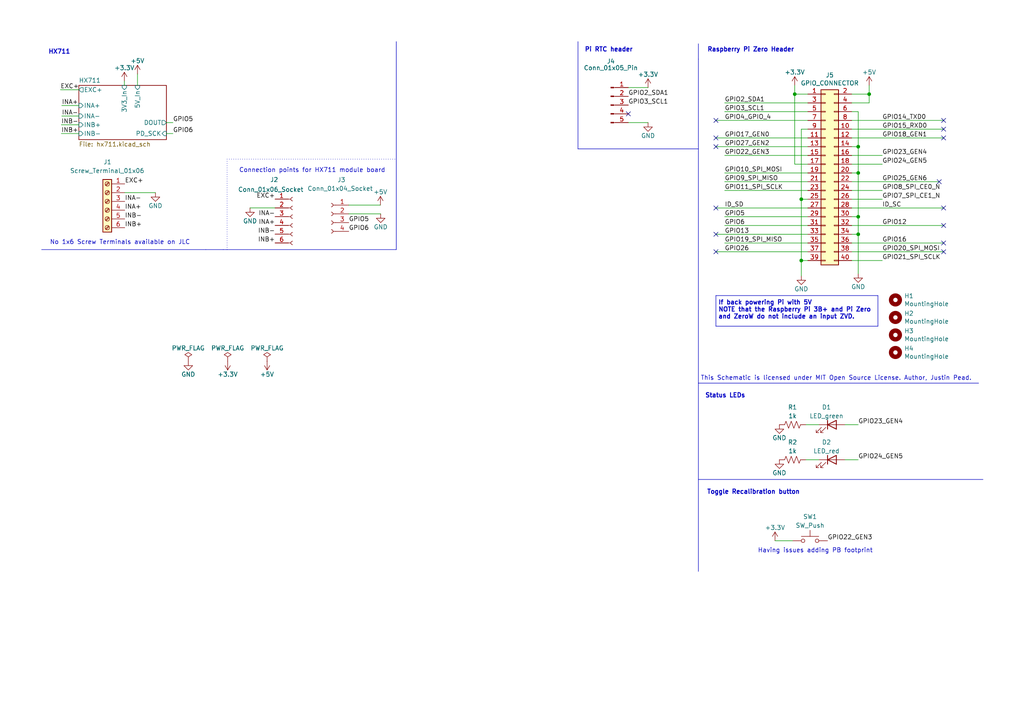
<source format=kicad_sch>
(kicad_sch (version 20231120) (generator "eeschema") (generator_version "8.0")
  (paper "A4")
  (title_block (title "PerchScale Motherboard - Pi Zero HAT") (date "2024-03-22") (rev "0") (company "Univeristy of Cape Town") (comment 1 "and Justin Pead for the Pi Zero Connector Schematic") (comment 2 "@credit: Montso Mokake for the HX711 schematic ") (comment 3 "@author Tristyn Ferreiro"))
  (lib_symbols
    (symbol "+3.3V_1" (power) (pin_names (offset 0))
      (property "Value" "+3.3V_1" (at 0 3.556 0))
      (symbol "+3.3V_1_0_1"
        (polyline (pts (xy -0.762 1.27) (xy 0 2.54)))
        (polyline (pts (xy 0 0) (xy 0 2.54)))
        (polyline (pts (xy 0 2.54) (xy 0.762 1.27)))
      )
      (symbol "+3.3V_1_1_1"
        (pin power_in line (at 0 0 90) (length 0) hide (name "+3.3V") (number "1"))
      )
    )
    (symbol "+5V_1" (power) (pin_names (offset 0))
      (property "Value" "+5V_1" (at 0 3.556 0))
      (symbol "+5V_1_0_1"
        (polyline (pts (xy -0.762 1.27) (xy 0 2.54)))
        (polyline (pts (xy 0 0) (xy 0 2.54)))
        (polyline (pts (xy 0 2.54) (xy 0.762 1.27)))
      )
      (symbol "+5V_1_1_1"
        (pin power_in line (at 0 0 90) (length 0) hide (name "+5V") (number "1"))
      )
    )
    (symbol "Connector:Conn_01x04_Socket" (pin_names (offset 1.016) hide)
      (property "Reference" "J" (at 0 5.08 0))
      (property "Value" "Conn_01x04_Socket" (at 0 -7.62 0))
      (symbol "Conn_01x04_Socket_1_1"
        (arc (start 0 -4.572) (mid -0.5058 -5.08) (end 0 -5.588) (stroke (width 0.1524)))
        (arc (start 0 -2.032) (mid -0.5058 -2.54) (end 0 -3.048) (stroke (width 0.1524)))
        (polyline (pts (xy -1.27 -5.08) (xy -0.508 -5.08)) (stroke (width 0.1524)))
        (polyline (pts (xy -1.27 -2.54) (xy -0.508 -2.54)) (stroke (width 0.1524)))
        (polyline (pts (xy -1.27 0) (xy -0.508 0)) (stroke (width 0.1524)))
        (polyline (pts (xy -1.27 2.54) (xy -0.508 2.54)) (stroke (width 0.1524)))
        (arc (start 0 0.508) (mid -0.5058 0) (end 0 -0.508) (stroke (width 0.1524)))
        (arc (start 0 3.048) (mid -0.5058 2.54) (end 0 2.032) (stroke (width 0.1524)))
        (pin passive line (at -5.08 2.54 0) (length 3.81) (name "Pin_1") (number "1"))
        (pin passive line (at -5.08 0 0) (length 3.81) (name "Pin_2") (number "2"))
        (pin passive line (at -5.08 -2.54 0) (length 3.81) (name "Pin_3") (number "3"))
        (pin passive line (at -5.08 -5.08 0) (length 3.81) (name "Pin_4") (number "4"))
      )
    )
    (symbol "Connector:Conn_01x05_Pin" (pin_names (offset 1.016) hide)
      (property "Reference" "J" (at 0 7.62 0))
      (property "Value" "Conn_01x05_Pin" (at 0 -7.62 0))
      (symbol "Conn_01x05_Pin_1_1"
        (polyline (pts (xy 1.27 -5.08) (xy 0.8636 -5.08)) (stroke (width 0.1524)))
        (polyline (pts (xy 1.27 -2.54) (xy 0.8636 -2.54)) (stroke (width 0.1524)))
        (polyline (pts (xy 1.27 0) (xy 0.8636 0)) (stroke (width 0.1524)))
        (polyline (pts (xy 1.27 2.54) (xy 0.8636 2.54)) (stroke (width 0.1524)))
        (polyline (pts (xy 1.27 5.08) (xy 0.8636 5.08)) (stroke (width 0.1524)))
        (rectangle (start 0.8636 -4.953) (end 0 -5.207) (stroke (width 0.1524)) (fill (type outline)))
        (rectangle (start 0.8636 -2.413) (end 0 -2.667) (stroke (width 0.1524)) (fill (type outline)))
        (rectangle (start 0.8636 0.127) (end 0 -0.127) (stroke (width 0.1524)) (fill (type outline)))
        (rectangle (start 0.8636 2.667) (end 0 2.413) (stroke (width 0.1524)) (fill (type outline)))
        (rectangle (start 0.8636 5.207) (end 0 4.953) (stroke (width 0.1524)) (fill (type outline)))
        (pin passive line (at 5.08 5.08 180) (length 3.81) (name "Pin_1") (number "1"))
        (pin passive line (at 5.08 2.54 180) (length 3.81) (name "Pin_2") (number "2"))
        (pin passive line (at 5.08 0 180) (length 3.81) (name "Pin_3") (number "3"))
        (pin passive line (at 5.08 -2.54 180) (length 3.81) (name "Pin_4") (number "4"))
        (pin passive line (at 5.08 -5.08 180) (length 3.81) (name "Pin_5") (number "5"))
      )
    )
    (symbol "Connector:Conn_01x06_Socket" (pin_names (offset 1.016) hide)
      (property "Reference" "J" (at 0 7.62 0))
      (property "Value" "Conn_01x06_Socket" (at 0 -10.16 0))
      (symbol "Conn_01x06_Socket_1_1"
        (arc (start 0 -7.112) (mid -0.5058 -7.62) (end 0 -8.128) (stroke (width 0.1524)))
        (arc (start 0 -4.572) (mid -0.5058 -5.08) (end 0 -5.588) (stroke (width 0.1524)))
        (arc (start 0 -2.032) (mid -0.5058 -2.54) (end 0 -3.048) (stroke (width 0.1524)))
        (polyline (pts (xy -1.27 -7.62) (xy -0.508 -7.62)) (stroke (width 0.1524)))
        (polyline (pts (xy -1.27 -5.08) (xy -0.508 -5.08)) (stroke (width 0.1524)))
        (polyline (pts (xy -1.27 -2.54) (xy -0.508 -2.54)) (stroke (width 0.1524)))
        (polyline (pts (xy -1.27 0) (xy -0.508 0)) (stroke (width 0.1524)))
        (polyline (pts (xy -1.27 2.54) (xy -0.508 2.54)) (stroke (width 0.1524)))
        (polyline (pts (xy -1.27 5.08) (xy -0.508 5.08)) (stroke (width 0.1524)))
        (arc (start 0 0.508) (mid -0.5058 0) (end 0 -0.508) (stroke (width 0.1524)))
        (arc (start 0 3.048) (mid -0.5058 2.54) (end 0 2.032) (stroke (width 0.1524)))
        (arc (start 0 5.588) (mid -0.5058 5.08) (end 0 4.572) (stroke (width 0.1524)))
        (pin passive line (at -5.08 5.08 0) (length 3.81) (name "Pin_1") (number "1"))
        (pin passive line (at -5.08 2.54 0) (length 3.81) (name "Pin_2") (number "2"))
        (pin passive line (at -5.08 0 0) (length 3.81) (name "Pin_3") (number "3"))
        (pin passive line (at -5.08 -2.54 0) (length 3.81) (name "Pin_4") (number "4"))
        (pin passive line (at -5.08 -5.08 0) (length 3.81) (name "Pin_5") (number "5"))
        (pin passive line (at -5.08 -7.62 0) (length 3.81) (name "Pin_6") (number "6"))
      )
    )
    (symbol "Connector:Screw_Terminal_01x06" (pin_names (offset 1.016) hide)
      (property "Reference" "J" (at 0 7.62 0))
      (property "Value" "Screw_Terminal_01x06" (at 0 -10.16 0))
      (symbol "Screw_Terminal_01x06_1_1"
        (rectangle (start -1.27 6.35) (end 1.27 -8.89) (stroke (width 0.254)) (fill (type background)))
        (circle (center 0 -7.62) (radius 0.635) (stroke (width 0.1524)))
        (circle (center 0 -5.08) (radius 0.635) (stroke (width 0.1524)))
        (circle (center 0 -2.54) (radius 0.635) (stroke (width 0.1524)))
        (polyline (pts (xy -0.5334 -7.2898) (xy 0.3302 -8.128)) (stroke (width 0.1524)))
        (polyline (pts (xy -0.5334 -4.7498) (xy 0.3302 -5.588)) (stroke (width 0.1524)))
        (polyline (pts (xy -0.5334 -2.2098) (xy 0.3302 -3.048)) (stroke (width 0.1524)))
        (polyline (pts (xy -0.5334 0.3302) (xy 0.3302 -0.508)) (stroke (width 0.1524)))
        (polyline (pts (xy -0.5334 2.8702) (xy 0.3302 2.032)) (stroke (width 0.1524)))
        (polyline (pts (xy -0.5334 5.4102) (xy 0.3302 4.572)) (stroke (width 0.1524)))
        (polyline (pts (xy -0.3556 -7.112) (xy 0.508 -7.9502)) (stroke (width 0.1524)))
        (polyline (pts (xy -0.3556 -4.572) (xy 0.508 -5.4102)) (stroke (width 0.1524)))
        (polyline (pts (xy -0.3556 -2.032) (xy 0.508 -2.8702)) (stroke (width 0.1524)))
        (polyline (pts (xy -0.3556 0.508) (xy 0.508 -0.3302)) (stroke (width 0.1524)))
        (polyline (pts (xy -0.3556 3.048) (xy 0.508 2.2098)) (stroke (width 0.1524)))
        (polyline (pts (xy -0.3556 5.588) (xy 0.508 4.7498)) (stroke (width 0.1524)))
        (circle (center 0 0) (radius 0.635) (stroke (width 0.1524)))
        (circle (center 0 2.54) (radius 0.635) (stroke (width 0.1524)))
        (circle (center 0 5.08) (radius 0.635) (stroke (width 0.1524)))
        (pin passive line (at -5.08 5.08 0) (length 3.81) (name "Pin_1") (number "1"))
        (pin passive line (at -5.08 2.54 0) (length 3.81) (name "Pin_2") (number "2"))
        (pin passive line (at -5.08 0 0) (length 3.81) (name "Pin_3") (number "3"))
        (pin passive line (at -5.08 -2.54 0) (length 3.81) (name "Pin_4") (number "4"))
        (pin passive line (at -5.08 -5.08 0) (length 3.81) (name "Pin_5") (number "5"))
        (pin passive line (at -5.08 -7.62 0) (length 3.81) (name "Pin_6") (number "6"))
      )
    )
    (symbol "Connector_Generic:Conn_02x20_Odd_Even" (pin_names (offset 1.016) hide)
      (property "Reference" "J" (at 1.27 25.4 0))
      (property "Value" "Conn_02x20_Odd_Even" (at 1.27 -27.94 0))
      (symbol "Conn_02x20_Odd_Even_1_1"
        (rectangle (start -1.27 -25.273) (end 0 -25.527) (stroke (width 0.1524)))
        (rectangle (start -1.27 -22.733) (end 0 -22.987) (stroke (width 0.1524)))
        (rectangle (start -1.27 -20.193) (end 0 -20.447) (stroke (width 0.1524)))
        (rectangle (start -1.27 -17.653) (end 0 -17.907) (stroke (width 0.1524)))
        (rectangle (start -1.27 -15.113) (end 0 -15.367) (stroke (width 0.1524)))
        (rectangle (start -1.27 -12.573) (end 0 -12.827) (stroke (width 0.1524)))
        (rectangle (start -1.27 -10.033) (end 0 -10.287) (stroke (width 0.1524)))
        (rectangle (start -1.27 -7.493) (end 0 -7.747) (stroke (width 0.1524)))
        (rectangle (start -1.27 -4.953) (end 0 -5.207) (stroke (width 0.1524)))
        (rectangle (start -1.27 -2.413) (end 0 -2.667) (stroke (width 0.1524)))
        (rectangle (start -1.27 0.127) (end 0 -0.127) (stroke (width 0.1524)))
        (rectangle (start -1.27 2.667) (end 0 2.413) (stroke (width 0.1524)))
        (rectangle (start -1.27 5.207) (end 0 4.953) (stroke (width 0.1524)))
        (rectangle (start -1.27 7.747) (end 0 7.493) (stroke (width 0.1524)))
        (rectangle (start -1.27 10.287) (end 0 10.033) (stroke (width 0.1524)))
        (rectangle (start -1.27 12.827) (end 0 12.573) (stroke (width 0.1524)))
        (rectangle (start -1.27 15.367) (end 0 15.113) (stroke (width 0.1524)))
        (rectangle (start -1.27 17.907) (end 0 17.653) (stroke (width 0.1524)))
        (rectangle (start -1.27 20.447) (end 0 20.193) (stroke (width 0.1524)))
        (rectangle (start -1.27 22.987) (end 0 22.733) (stroke (width 0.1524)))
        (rectangle (start -1.27 24.13) (end 3.81 -26.67) (stroke (width 0.254)) (fill (type background)))
        (rectangle (start 3.81 -25.273) (end 2.54 -25.527) (stroke (width 0.1524)))
        (rectangle (start 3.81 -22.733) (end 2.54 -22.987) (stroke (width 0.1524)))
        (rectangle (start 3.81 -20.193) (end 2.54 -20.447) (stroke (width 0.1524)))
        (rectangle (start 3.81 -17.653) (end 2.54 -17.907) (stroke (width 0.1524)))
        (rectangle (start 3.81 -15.113) (end 2.54 -15.367) (stroke (width 0.1524)))
        (rectangle (start 3.81 -12.573) (end 2.54 -12.827) (stroke (width 0.1524)))
        (rectangle (start 3.81 -10.033) (end 2.54 -10.287) (stroke (width 0.1524)))
        (rectangle (start 3.81 -7.493) (end 2.54 -7.747) (stroke (width 0.1524)))
        (rectangle (start 3.81 -4.953) (end 2.54 -5.207) (stroke (width 0.1524)))
        (rectangle (start 3.81 -2.413) (end 2.54 -2.667) (stroke (width 0.1524)))
        (rectangle (start 3.81 0.127) (end 2.54 -0.127) (stroke (width 0.1524)))
        (rectangle (start 3.81 2.667) (end 2.54 2.413) (stroke (width 0.1524)))
        (rectangle (start 3.81 5.207) (end 2.54 4.953) (stroke (width 0.1524)))
        (rectangle (start 3.81 7.747) (end 2.54 7.493) (stroke (width 0.1524)))
        (rectangle (start 3.81 10.287) (end 2.54 10.033) (stroke (width 0.1524)))
        (rectangle (start 3.81 12.827) (end 2.54 12.573) (stroke (width 0.1524)))
        (rectangle (start 3.81 15.367) (end 2.54 15.113) (stroke (width 0.1524)))
        (rectangle (start 3.81 17.907) (end 2.54 17.653) (stroke (width 0.1524)))
        (rectangle (start 3.81 20.447) (end 2.54 20.193) (stroke (width 0.1524)))
        (rectangle (start 3.81 22.987) (end 2.54 22.733) (stroke (width 0.1524)))
        (pin passive line (at -5.08 22.86 0) (length 3.81) (name "Pin_1") (number "1"))
        (pin passive line (at 7.62 12.7 180) (length 3.81) (name "Pin_10") (number "10"))
        (pin passive line (at -5.08 10.16 0) (length 3.81) (name "Pin_11") (number "11"))
        (pin passive line (at 7.62 10.16 180) (length 3.81) (name "Pin_12") (number "12"))
        (pin passive line (at -5.08 7.62 0) (length 3.81) (name "Pin_13") (number "13"))
        (pin passive line (at 7.62 7.62 180) (length 3.81) (name "Pin_14") (number "14"))
        (pin passive line (at -5.08 5.08 0) (length 3.81) (name "Pin_15") (number "15"))
        (pin passive line (at 7.62 5.08 180) (length 3.81) (name "Pin_16") (number "16"))
        (pin passive line (at -5.08 2.54 0) (length 3.81) (name "Pin_17") (number "17"))
        (pin passive line (at 7.62 2.54 180) (length 3.81) (name "Pin_18") (number "18"))
        (pin passive line (at -5.08 0 0) (length 3.81) (name "Pin_19") (number "19"))
        (pin passive line (at 7.62 22.86 180) (length 3.81) (name "Pin_2") (number "2"))
        (pin passive line (at 7.62 0 180) (length 3.81) (name "Pin_20") (number "20"))
        (pin passive line (at -5.08 -2.54 0) (length 3.81) (name "Pin_21") (number "21"))
        (pin passive line (at 7.62 -2.54 180) (length 3.81) (name "Pin_22") (number "22"))
        (pin passive line (at -5.08 -5.08 0) (length 3.81) (name "Pin_23") (number "23"))
        (pin passive line (at 7.62 -5.08 180) (length 3.81) (name "Pin_24") (number "24"))
        (pin passive line (at -5.08 -7.62 0) (length 3.81) (name "Pin_25") (number "25"))
        (pin passive line (at 7.62 -7.62 180) (length 3.81) (name "Pin_26") (number "26"))
        (pin passive line (at -5.08 -10.16 0) (length 3.81) (name "Pin_27") (number "27"))
        (pin passive line (at 7.62 -10.16 180) (length 3.81) (name "Pin_28") (number "28"))
        (pin passive line (at -5.08 -12.7 0) (length 3.81) (name "Pin_29") (number "29"))
        (pin passive line (at -5.08 20.32 0) (length 3.81) (name "Pin_3") (number "3"))
        (pin passive line (at 7.62 -12.7 180) (length 3.81) (name "Pin_30") (number "30"))
        (pin passive line (at -5.08 -15.24 0) (length 3.81) (name "Pin_31") (number "31"))
        (pin passive line (at 7.62 -15.24 180) (length 3.81) (name "Pin_32") (number "32"))
        (pin passive line (at -5.08 -17.78 0) (length 3.81) (name "Pin_33") (number "33"))
        (pin passive line (at 7.62 -17.78 180) (length 3.81) (name "Pin_34") (number "34"))
        (pin passive line (at -5.08 -20.32 0) (length 3.81) (name "Pin_35") (number "35"))
        (pin passive line (at 7.62 -20.32 180) (length 3.81) (name "Pin_36") (number "36"))
        (pin passive line (at -5.08 -22.86 0) (length 3.81) (name "Pin_37") (number "37"))
        (pin passive line (at 7.62 -22.86 180) (length 3.81) (name "Pin_38") (number "38"))
        (pin passive line (at -5.08 -25.4 0) (length 3.81) (name "Pin_39") (number "39"))
        (pin passive line (at 7.62 20.32 180) (length 3.81) (name "Pin_4") (number "4"))
        (pin passive line (at 7.62 -25.4 180) (length 3.81) (name "Pin_40") (number "40"))
        (pin passive line (at -5.08 17.78 0) (length 3.81) (name "Pin_5") (number "5"))
        (pin passive line (at 7.62 17.78 180) (length 3.81) (name "Pin_6") (number "6"))
        (pin passive line (at -5.08 15.24 0) (length 3.81) (name "Pin_7") (number "7"))
        (pin passive line (at 7.62 15.24 180) (length 3.81) (name "Pin_8") (number "8"))
        (pin passive line (at -5.08 12.7 0) (length 3.81) (name "Pin_9") (number "9"))
      )
    )
    (symbol "Device:LED" (pin_numbers hide) (pin_names (offset 1.016) hide)
      (property "Reference" "D" (at 0 2.54 0))
      (property "Value" "LED" (at 0 -2.54 0))
      (symbol "LED_0_1"
        (polyline (pts (xy -1.27 -1.27) (xy -1.27 1.27)) (stroke (width 0.254)))
        (polyline (pts (xy -1.27 0) (xy 1.27 0)))
        (polyline (pts (xy 1.27 -1.27) (xy 1.27 1.27) (xy -1.27 0) (xy 1.27 -1.27)) (stroke (width 0.254)))
        (polyline (pts (xy -3.048 -0.762) (xy -4.572 -2.286) (xy -3.81 -2.286) (xy -4.572 -2.286) (xy -4.572 -1.524)))
        (polyline (pts (xy -1.778 -0.762) (xy -3.302 -2.286) (xy -2.54 -2.286) (xy -3.302 -2.286) (xy -3.302 -1.524)))
      )
      (symbol "LED_1_1"
        (pin passive line (at -3.81 0 0) (length 2.54) (name "K") (number "1"))
        (pin passive line (at 3.81 0 180) (length 2.54) (name "A") (number "2"))
      )
    )
    (symbol "Device:R_US" (pin_numbers hide) (pin_names (offset 0))
      (property "Reference" "R" (at 2.54 0 90))
      (property "Value" "R_US" (at -2.54 0 90))
      (symbol "R_US_0_1"
        (polyline (pts (xy 0 -2.286) (xy 0 -2.54)))
        (polyline (pts (xy 0 2.286) (xy 0 2.54)))
        (polyline (pts (xy 0 -0.762) (xy 1.016 -1.143) (xy 0 -1.524) (xy -1.016 -1.905) (xy 0 -2.286)))
        (polyline (pts (xy 0 0.762) (xy 1.016 0.381) (xy 0 0) (xy -1.016 -0.381) (xy 0 -0.762)))
        (polyline (pts (xy 0 2.286) (xy 1.016 1.905) (xy 0 1.524) (xy -1.016 1.143) (xy 0 0.762)))
      )
      (symbol "R_US_1_1"
        (pin passive line (at 0 3.81 270) (length 1.27) (name "~") (number "1"))
        (pin passive line (at 0 -3.81 90) (length 1.27) (name "~") (number "2"))
      )
    )
    (symbol "Mechanical:MountingHole" (pin_names (offset 1.016))
      (property "Reference" "H" (at 0 5.08 0))
      (property "Value" "MountingHole" (at 0 3.175 0))
      (symbol "MountingHole_0_1"
        (circle (center 0 0) (radius 1.27) (stroke (width 1.27)))
      )
    )
    (symbol "PWR_FLAG_1" (power) (pin_numbers hide) (pin_names (offset 0) hide)
      (property "Value" "PWR_FLAG_1" (at 0 3.81 0))
      (symbol "PWR_FLAG_1_0_0"
        (pin power_out line (at 0 0 90) (length 0) (name "pwr") (number "1"))
      )
      (symbol "PWR_FLAG_1_0_1"
        (polyline (pts (xy 0 0) (xy 0 1.27) (xy -1.016 1.905) (xy 0 2.54) (xy 1.016 1.905) (xy 0 1.27)))
      )
    )
    (symbol "Switch:SW_Push" (pin_numbers hide) (pin_names (offset 1.016) hide)
      (property "Reference" "SW" (at 1.27 2.54 0))
      (property "Value" "SW_Push" (at 0 -1.524 0))
      (symbol "SW_Push_0_1"
        (circle (center -2.032 0) (radius 0.508))
        (polyline (pts (xy 0 1.27) (xy 0 3.048)))
        (polyline (pts (xy 2.54 1.27) (xy -2.54 1.27)))
        (circle (center 2.032 0) (radius 0.508))
        (pin passive line (at -5.08 0 0) (length 2.54) (name "1") (number "1"))
        (pin passive line (at 5.08 0 180) (length 2.54) (name "2") (number "2"))
      )
    )
    (symbol "power:GND" (power) (pin_names (offset 0))
      (property "Value" "GND" (at 0 -3.81 0))
      (symbol "GND_0_1"
        (polyline (pts (xy 0 0) (xy 0 -1.27) (xy 1.27 -1.27) (xy 0 -2.54) (xy -1.27 -1.27) (xy 0 -1.27)))
      )
      (symbol "GND_1_1"
        (pin power_in line (at 0 0 270) (length 0) hide (name "GND") (number "1"))
      )
    )
  )
  (junction (at 232.41 57.785))
  (junction (at 232.41 75.565))
  (junction (at 248.92 67.945))
  (junction (at 252.095 27.305))
  (junction (at 248.92 42.545))
  (junction (at 248.92 50.165))
  (junction (at 248.92 62.865))
  (junction (at 230.505 27.305))
  (no_connect (at 207.645 67.945))
  (no_connect (at 273.685 34.925))
  (no_connect (at 207.645 34.925))
  (no_connect (at 273.685 40.005))
  (no_connect (at 272.415 52.705))
  (no_connect (at 207.645 60.325))
  (no_connect (at 182.245 33.02))
  (no_connect (at 207.645 42.545))
  (no_connect (at 273.685 37.465))
  (no_connect (at 273.685 70.485))
  (no_connect (at 273.685 65.405))
  (no_connect (at 207.645 40.005))
  (no_connect (at 273.685 73.025))
  (no_connect (at 273.685 60.325))
  (no_connect (at 207.645 73.025))
  (polyline (pts (xy 59.69 72.39) (xy 64.77 72.39)))
  (polyline (pts (xy 65.8622 72.39) (xy 65.8622 46.1518)) (stroke (width 0) (type dot)))
  (wire (pts (xy 234.315 47.625) (xy 230.505 47.625)))
  (wire (pts (xy 232.41 57.785) (xy 232.41 75.565)))
  (wire (pts (xy 36.068 23.495) (xy 36.068 24.765)))
  (wire (pts (xy 247.015 55.245) (xy 255.905 55.245)))
  (wire (pts (xy 207.645 34.925) (xy 234.315 34.925)))
  (wire (pts (xy 72.517 60.2996) (xy 79.7814 60.2996)))
  (wire (pts (xy 17.526 26.035) (xy 22.86 26.035)))
  (wire (pts (xy 247.015 42.545) (xy 248.92 42.545)))
  (wire (pts (xy 247.015 37.465) (xy 273.685 37.465)))
  (wire (pts (xy 36.195 55.88) (xy 45.085 55.88)))
  (wire (pts (xy 234.315 57.785) (xy 232.41 57.785)))
  (wire (pts (xy 17.907 33.655) (xy 22.86 33.655)))
  (wire (pts (xy 247.015 34.925) (xy 273.685 34.925)))
  (wire (pts (xy 48.26 38.735) (xy 50.165 38.735)))
  (wire (pts (xy 234.315 37.465) (xy 232.41 37.465)))
  (wire (pts (xy 247.015 40.005) (xy 273.685 40.005)))
  (wire (pts (xy 252.095 27.305) (xy 252.095 24.765)))
  (wire (pts (xy 247.015 60.325) (xy 273.685 60.325)))
  (wire (pts (xy 247.015 57.785) (xy 255.905 57.785)))
  (wire (pts (xy 232.41 75.565) (xy 232.41 80.01)))
  (wire (pts (xy 48.26 35.56) (xy 50.165 35.56)))
  (polyline (pts (xy 254.635 85.725) (xy 207.645 85.725)))
  (wire (pts (xy 210.185 52.705) (xy 234.315 52.705)))
  (wire (pts (xy 207.645 73.025) (xy 234.315 73.025)))
  (wire (pts (xy 233.68 123.19) (xy 237.49 123.19)))
  (wire (pts (xy 230.505 47.625) (xy 230.505 27.305)))
  (wire (pts (xy 210.185 70.485) (xy 234.315 70.485)))
  (wire (pts (xy 247.015 67.945) (xy 248.92 67.945)))
  (wire (pts (xy 247.015 45.085) (xy 255.905 45.085)))
  (wire (pts (xy 247.015 47.625) (xy 255.905 47.625)))
  (wire (pts (xy 248.92 50.165) (xy 248.92 62.865)))
  (wire (pts (xy 252.095 29.845) (xy 252.095 27.305)))
  (wire (pts (xy 232.41 37.465) (xy 232.41 57.785)))
  (polyline (pts (xy 64.77 72.39) (xy 114.935 72.39)))
  (wire (pts (xy 182.245 35.56) (xy 187.96 35.56)))
  (wire (pts (xy 248.92 42.545) (xy 248.92 50.165)))
  (wire (pts (xy 210.185 29.845) (xy 234.315 29.845)))
  (polyline (pts (xy 207.645 94.615) (xy 254.635 94.615)))
  (wire (pts (xy 230.505 27.305) (xy 230.505 24.765)))
  (wire (pts (xy 247.015 75.565) (xy 255.905 75.565)))
  (wire (pts (xy 207.645 40.005) (xy 234.315 40.005)))
  (wire (pts (xy 210.185 65.405) (xy 234.315 65.405)))
  (wire (pts (xy 17.78 36.195) (xy 22.86 36.195)))
  (polyline (pts (xy 167.64 12.065) (xy 167.64 43.18)))
  (wire (pts (xy 207.645 67.945) (xy 234.315 67.945)))
  (wire (pts (xy 247.015 73.025) (xy 273.685 73.025)))
  (polyline (pts (xy 254.635 85.725) (xy 254.635 94.615)))
  (wire (pts (xy 210.185 32.385) (xy 234.315 32.385)))
  (wire (pts (xy 207.645 42.545) (xy 234.315 42.545)))
  (polyline (pts (xy 114.935 12.065) (xy 114.935 72.39)))
  (polyline (pts (xy 202.565 17.145) (xy 202.565 111.125)))
  (wire (pts (xy 248.92 32.385) (xy 248.92 42.545)))
  (wire (pts (xy 247.015 50.165) (xy 248.92 50.165)))
  (polyline (pts (xy 12.065 72.39) (xy 59.69 72.39)))
  (polyline (pts (xy 114.935 72.39) (xy 114.935 72.3392)))
  (wire (pts (xy 247.015 32.385) (xy 248.92 32.385)))
  (wire (pts (xy 182.245 25.4) (xy 187.96 25.4)))
  (wire (pts (xy 247.015 65.405) (xy 273.685 65.405)))
  (wire (pts (xy 234.315 75.565) (xy 232.41 75.565)))
  (wire (pts (xy 233.68 133.35) (xy 237.49 133.35)))
  (polyline (pts (xy 283.845 111.125) (xy 202.565 111.125)))
  (wire (pts (xy 210.185 50.165) (xy 234.315 50.165)))
  (wire (pts (xy 207.645 60.325) (xy 234.315 60.325)))
  (wire (pts (xy 248.92 62.865) (xy 248.92 67.945)))
  (polyline (pts (xy 207.645 85.725) (xy 207.645 94.615)))
  (wire (pts (xy 247.015 52.705) (xy 272.415 52.705)))
  (wire (pts (xy 248.92 67.945) (xy 248.92 79.375)))
  (wire (pts (xy 245.11 123.19) (xy 248.92 123.19)))
  (polyline (pts (xy 202.565 139.065) (xy 285.115 139.065)))
  (wire (pts (xy 101.1682 59.4868) (xy 110.3376 59.4868)))
  (polyline (pts (xy 65.8622 46.1518) (xy 114.8588 46.1518)) (stroke (width 0) (type dot)))
  (polyline (pts (xy 202.565 111.125) (xy 202.565 165.735)))
  (wire (pts (xy 17.907 30.607) (xy 22.86 30.607)))
  (polyline (pts (xy 202.565 12.7) (xy 202.565 17.145)))
  (wire (pts (xy 17.78 38.735) (xy 22.86 38.735)))
  (wire (pts (xy 210.185 55.245) (xy 234.315 55.245)))
  (wire (pts (xy 210.185 62.865) (xy 234.315 62.865)))
  (wire (pts (xy 245.11 133.35) (xy 248.92 133.35)))
  (wire (pts (xy 247.015 62.865) (xy 248.92 62.865)))
  (wire (pts (xy 230.505 27.305) (xy 234.315 27.305)))
  (wire (pts (xy 247.015 29.845) (xy 252.095 29.845)))
  (wire (pts (xy 210.185 45.085) (xy 234.315 45.085)))
  (wire (pts (xy 39.878 21.463) (xy 39.878 24.765)))
  (wire (pts (xy 247.015 27.305) (xy 252.095 27.305)))
  (polyline (pts (xy 167.64 43.18) (xy 202.565 43.18)))
  (wire (pts (xy 247.015 70.485) (xy 273.685 70.485)))
  (wire (pts (xy 101.1682 62.0268) (xy 110.4138 62.0268)))
  (wire (pts (xy 224.79 156.845) (xy 229.87 156.845)))
  (text "This Schematic is licensed under MIT Open Source License. Author, Justin Pead." (at 203.2 110.49 0) (effects (font (size 1.27 1.27)) (justify left bottom)))
  (text "Connection points for HX711 module board\n" (at 69.3166 50.2158 0) (effects (font (size 1.27 1.27)) (justify left bottom)))
  (text "If back powering Pi with 5V \nNOTE that the Raspberry Pi 3B+ and Pi Zero \nand ZeroW do not include an input ZVD." (at 208.28 92.71 0) (effects (font (size 1.27 1.27) (thickness 0.254) (bold yes)) (justify left bottom)))
  (text "No 1x6 Screw Terminals available on JLC" (at 34.798 70.358 0) (effects (font (size 1.27 1.27))))
  (text "HX711" (at 13.97 15.875 0) (effects (font (size 1.27 1.27) (bold yes)) (justify left bottom)))
  (text "Raspberry Pi Zero Header" (at 205.105 15.24 0) (effects (font (size 1.27 1.27) (thickness 0.254) (bold yes)) (justify left bottom)))
  (text "Having issues adding PB footprint" (at 236.474 159.766 0) (effects (font (size 1.27 1.27))))
  (text "Toggle Recalibration button" (at 205.0034 143.5354 0) (effects (font (size 1.27 1.27) (thickness 0.254) (bold yes)) (justify left bottom)))
  (text "Pi RTC header" (at 169.545 15.24 0) (effects (font (size 1.27 1.27) (bold yes)) (justify left bottom)))
  (text "Status LEDs\n" (at 204.47 115.57 0) (effects (font (size 1.27 1.27) (thickness 0.254) (bold yes)) (justify left bottom)))
  (label "GPIO14_TXD0" (at 255.905 34.925 0))
  (label "GPIO12" (at 255.905 65.405 0))
  (label "GPIO22_GEN3" (at 210.185 45.085 0))
  (label "GPIO6" (at 101.1682 67.1068 0))
  (label "INB+" (at 17.78 38.735 0))
  (label "GPIO4_GPIO_4" (at 210.185 34.925 0))
  (label "GPIO2_SDA1" (at 210.185 29.845 0))
  (label "GPIO13" (at 210.185 67.945 0))
  (label "EXC+" (at 17.526 26.035 0))
  (label "GPIO9_SPI_MISO" (at 210.185 52.705 0))
  (label "GPIO21_SPI_SCLK" (at 255.905 75.565 0))
  (label "INB-" (at 17.78 36.195 0))
  (label "INB-" (at 79.7814 67.9196 180))
  (label "GPIO11_SPI_SCLK" (at 210.185 55.245 0))
  (label "GPIO17_GEN0" (at 210.185 40.005 0))
  (label "EXC+" (at 79.7814 57.7596 180))
  (label "INA-" (at 17.907 33.655 0))
  (label "GPIO7_SPI_CE1_N" (at 255.905 57.785 0))
  (label "GPIO25_GEN6" (at 255.905 52.705 0))
  (label "GPIO24_GEN5" (at 248.92 133.35 0))
  (label "INA-" (at 79.7814 62.8396 180))
  (label "GPIO20_SPI_MOSI" (at 255.905 73.025 0))
  (label "INA+" (at 36.195 60.96 0))
  (label "INA+" (at 17.907 30.607 0))
  (label "GPIO19_SPI_MISO" (at 210.185 70.485 0))
  (label "GPIO2_SDA1" (at 182.245 27.94 0))
  (label "INA+" (at 79.7814 65.3796 180))
  (label "GPIO5" (at 50.165 35.56 0))
  (label "GPIO6" (at 210.185 65.405 0))
  (label "GPIO23_GEN4" (at 248.92 123.19 0))
  (label "GPIO5" (at 210.185 62.865 0))
  (label "GPIO18_GEN1" (at 255.905 40.005 0))
  (label "GPIO24_GEN5" (at 255.905 47.625 0))
  (label "GPIO10_SPI_MOSI" (at 210.185 50.165 0))
  (label "EXC+" (at 36.195 53.34 0))
  (label "GPIO8_SPI_CE0_N" (at 255.905 55.245 0))
  (label "ID_SC" (at 255.905 60.325 0))
  (label "ID_SD" (at 210.185 60.325 0))
  (label "GPIO23_GEN4" (at 255.905 45.085 0))
  (label "GPIO16" (at 255.905 70.485 0))
  (label "GPIO3_SCL1" (at 182.245 30.48 0))
  (label "INB-" (at 36.195 63.5 0))
  (label "INA-" (at 36.195 58.42 0))
  (label "GPIO22_GEN3" (at 240.03 156.845 0))
  (label "GPIO26" (at 210.185 73.025 0))
  (label "GPIO27_GEN2" (at 210.185 42.545 0))
  (label "INB+" (at 79.7814 70.4596 180))
  (label "GPIO15_RXD0" (at 255.905 37.465 0))
  (label "INB+" (at 36.195 66.04 0))
  (label "GPIO5" (at 101.1682 64.5668 0))
  (label "GPIO6" (at 50.165 38.735 0))
  (label "GPIO3_SCL1" (at 210.185 32.385 0))
  (symbol (lib_id "Connector_Generic:Conn_02x20_Odd_Even") (at 239.395 50.165 0) (unit 1)
    (property "Reference" "J5" (at 240.665 21.7932 0))
    (property "Value" "GPIO_CONNECTOR" (at 240.665 24.1046 0))
    (property "Footprint" "lib:PinSocket_2x20_P2.54mm_Vertical_Centered_Anchor" (effects (hide yes)))
    (property "Populate" "0" (effects (hide yes)))
  )
  (symbol (lib_id "Mechanical:MountingHole") (at 259.715 86.995 0) (unit 1)
    (property "Reference" "H1" (at 262.255 85.8266 0) (effects (justify left)))
    (property "Value" "MountingHole" (at 262.255 88.138 0) (effects (justify left)))
    (property "Footprint" "lib:MountingHole_2.7mm_M2.5_uHAT_RPi" (effects (hide yes)))
    (property "Populate" "0" (effects (hide yes)))
  )
  (symbol (lib_id "Mechanical:MountingHole") (at 259.715 92.075 0) (unit 1)
    (property "Reference" "H2" (at 262.255 90.9066 0) (effects (justify left)))
    (property "Value" "MountingHole" (at 262.255 93.218 0) (effects (justify left)))
    (property "Footprint" "lib:MountingHole_2.7mm_M2.5_uHAT_RPi" (effects (hide yes)))
    (property "Populate" "0" (effects (hide yes)))
  )
  (symbol (lib_id "Mechanical:MountingHole") (at 259.715 97.155 0) (unit 1)
    (property "Reference" "H3" (at 262.255 95.9866 0) (effects (justify left)))
    (property "Value" "MountingHole" (at 262.255 98.298 0) (effects (justify left)))
    (property "Footprint" "lib:MountingHole_2.7mm_M2.5_uHAT_RPi" (effects (hide yes)))
    (property "Populate" "0" (effects (hide yes)))
  )
  (symbol (lib_id "Mechanical:MountingHole") (at 259.715 102.235 0) (unit 1)
    (property "Reference" "H4" (at 262.255 101.0666 0) (effects (justify left)))
    (property "Value" "MountingHole" (at 262.255 103.378 0) (effects (justify left)))
    (property "Footprint" "lib:MountingHole_2.7mm_M2.5_uHAT_RPi" (effects (hide yes)))
    (property "Populate" "0" (effects (hide yes)))
  )
  (symbol (lib_id "power:GND") (at 45.085 55.88 0) (unit 1)
    (property "Reference" "#PWR03" (effects (hide yes)))
    (property "Value" "GND" (at 45.085 59.69 0))
  )
  (symbol (lib_name "+5V_1") (lib_id "power:+5V") (at 252.095 24.765 0) (unit 1)
    (property "Reference" "#PWR018" (effects (hide yes)))
    (property "Value" "+5V" (at 252.095 20.955 0))
  )
  (symbol (lib_name "PWR_FLAG_1") (lib_id "power:PWR_FLAG") (at 77.47 104.775 0) (unit 1)
    (property "Reference" "#FLG03" (effects (hide yes)))
    (property "Value" "PWR_FLAG" (at 77.47 100.965 0))
  )
  (symbol (lib_name "+3.3V_1") (lib_id "power:+3.3V") (at 187.96 25.4 0) (unit 1)
    (property "Reference" "#PWR010" (effects (hide yes)))
    (property "Value" "+3.3V" (at 187.96 21.59 0))
  )
  (symbol (lib_name "+3.3V_1") (lib_id "power:+3.3V") (at 66.04 104.775 180) (unit 1)
    (property "Reference" "#PWR05" (effects (hide yes)))
    (property "Value" "+3.3V" (at 66.04 108.585 0))
  )
  (symbol (lib_name "PWR_FLAG_1") (lib_id "power:PWR_FLAG") (at 66.04 104.775 0) (unit 1)
    (property "Reference" "#FLG02" (effects (hide yes)))
    (property "Value" "PWR_FLAG" (at 66.04 100.965 0))
  )
  (symbol (lib_id "Device:R_US") (at 229.87 123.19 90) (unit 1)
    (property "Reference" "R1" (at 229.87 118.11 90))
    (property "Value" "1k" (at 229.87 120.65 90))
    (property "Footprint" "Resistor_SMD:R_0603_1608Metric" (effects (hide yes)))
    (property "Datasheet" "https://wmsc.lcsc.com/wmsc/upload/file/pdf/v2/lcsc/2206010130_UNI-ROYAL-Uniroyal-Elec-0603WAF1001T5E_C21190.pdf" (effects (hide yes)))
    (property "Extended" "0" (effects (hide yes)))
    (property "LCSC" "C21190" (effects (hide yes)))
  )
  (symbol (lib_id "Device:LED") (at 241.3 133.35 0) (unit 1)
    (property "Reference" "D2" (at 239.7125 128.27 0))
    (property "Value" "LED_red" (at 239.7125 130.81 0))
    (property "Footprint" "LED_SMD:LED_0603_1608Metric" (effects (hide yes)))
    (property "Datasheet" "https://wmsc.lcsc.com/wmsc/upload/file/pdf/v2/lcsc/2306160931_XINGLIGHT-XL-1608VRC-06_C7371906.pdf" (effects (hide yes)))
    (property "Extended" "1" (effects (hide yes)))
    (property "LCSC" "C7371906" (effects (hide yes)))
  )
  (symbol (lib_id "Connector:Conn_01x04_Socket") (at 96.0882 62.0268 0) (mirror y) (unit 1)
    (property "Reference" "J3" (at 100.2284 52.1716 0) (effects (justify left)))
    (property "Value" "Conn_01x04_Socket" (at 108.1786 54.6862 0) (effects (justify left)))
    (property "Footprint" "Connector_PinHeader_2.54mm:PinHeader_1x04_P2.54mm_Vertical" (effects (hide yes)))
    (property "Populate" "0" (effects (hide yes)))
  )
  (symbol (lib_id "Device:LED") (at 241.3 123.19 0) (unit 1)
    (property "Reference" "D1" (at 239.7125 118.11 0))
    (property "Value" "LED_green" (at 239.7125 120.65 0))
    (property "Footprint" "LED_SMD:LED_0603_1608Metric" (effects (hide yes)))
    (property "Datasheet" "https://wmsc.lcsc.com/wmsc/upload/file/pdf/v2/lcsc/2208181800_Silverlight-P0603P1N46G12_C5123548.pdf" (effects (hide yes)))
    (property "Extended" "1" (effects (hide yes)))
    (property "LCSC" "C5123548" (effects (hide yes)))
  )
  (symbol (lib_id "power:GND") (at 226.06 123.19 0) (unit 1)
    (property "Reference" "#PWR013" (effects (hide yes)))
    (property "Value" "GND" (at 226.06 127 0))
  )
  (symbol (lib_name "+3.3V_1") (lib_id "power:+3.3V") (at 230.505 24.765 0) (unit 1)
    (property "Reference" "#PWR015" (effects (hide yes)))
    (property "Value" "+3.3V" (at 230.505 20.955 0))
  )
  (symbol (lib_name "+5V_1") (lib_id "power:+5V") (at 110.3376 59.4868 0) (unit 1)
    (property "Reference" "#PWR08" (effects (hide yes)))
    (property "Value" "+5V" (at 110.3376 55.6768 0))
  )
  (symbol (lib_id "Connector:Conn_01x06_Socket") (at 84.8614 62.8396 0) (unit 1)
    (property "Reference" "J2" (at 79.5274 52.1208 0))
    (property "Value" "Conn_01x06_Socket" (at 78.5368 54.9656 0))
    (property "Footprint" "Connector_PinHeader_2.54mm:PinHeader_1x06_P2.54mm_Vertical" (effects (hide yes)))
    (property "Populate" "0" (effects (hide yes)))
  )
  (symbol (lib_name "PWR_FLAG_1") (lib_id "power:PWR_FLAG") (at 54.61 104.775 0) (unit 1)
    (property "Reference" "#FLG01" (effects (hide yes)))
    (property "Value" "PWR_FLAG" (at 54.61 100.965 0))
  )
  (symbol (lib_id "Connector:Screw_Terminal_01x06") (at 31.115 58.42 0) (mirror y) (unit 1)
    (property "Reference" "J1" (at 32.385 46.99 0) (effects (justify left)))
    (property "Value" "Screw_Terminal_01x06" (at 41.91 49.53 0) (effects (justify left)))
    (property "Footprint" "TerminalBlock_Phoenix:TerminalBlock_Phoenix_PT-1,5-6-3.5-H_1x06_P3.50mm_Horizontal" (effects (hide yes)))
    (property "Extended" "1" (effects (hide yes)))
    (property "LCSC" "https://jlcpcb.com/parts/2nd/Connectors/Screw_Terminal_3902?searchTxt=Phoenix%20contact" (effects (hide yes)))
  )
  (symbol (lib_id "power:GND") (at 54.61 104.775 0) (unit 1)
    (property "Reference" "#PWR04" (effects (hide yes)))
    (property "Value" "GND" (at 54.61 108.585 0))
  )
  (symbol (lib_id "Device:R_US") (at 229.87 133.35 90) (unit 1)
    (property "Reference" "R2" (at 229.87 128.27 90))
    (property "Value" "1k" (at 229.87 130.81 90))
    (property "Footprint" "Resistor_SMD:R_0603_1608Metric" (effects (hide yes)))
    (property "Datasheet" "https://wmsc.lcsc.com/wmsc/upload/file/pdf/v2/lcsc/2206010130_UNI-ROYAL-Uniroyal-Elec-0603WAF1001T5E_C21190.pdf" (effects (hide yes)))
    (property "Extended" "0" (effects (hide yes)))
    (property "LCSC" "C21190" (effects (hide yes)))
  )
  (symbol (lib_name "+5V_1") (lib_id "power:+5V") (at 77.47 104.775 180) (unit 1)
    (property "Reference" "#PWR07" (effects (hide yes)))
    (property "Value" "+5V" (at 77.47 108.585 0))
  )
  (symbol (lib_id "power:GND") (at 232.41 80.01 0) (unit 1)
    (property "Reference" "#PWR016" (effects (hide yes)))
    (property "Value" "GND" (at 232.41 83.82 0))
  )
  (symbol (lib_id "power:GND") (at 110.4138 62.0268 0) (unit 1)
    (property "Reference" "#PWR09" (effects (hide yes)))
    (property "Value" "GND" (at 110.4138 65.8368 0))
  )
  (symbol (lib_id "power:GND") (at 72.517 60.2996 0) (unit 1)
    (property "Reference" "#PWR06" (effects (hide yes)))
    (property "Value" "GND" (at 72.517 64.1096 0))
  )
  (symbol (lib_id "power:GND") (at 187.96 35.56 0) (unit 1)
    (property "Reference" "#PWR011" (effects (hide yes)))
    (property "Value" "GND" (at 187.96 39.37 0))
  )
  (symbol (lib_name "+3.3V_1") (lib_id "power:+3.3V") (at 224.79 156.845 0) (unit 1)
    (property "Reference" "#PWR012" (effects (hide yes)))
    (property "Value" "+3.3V" (at 224.79 153.035 0))
  )
  (symbol (lib_name "+5V_1") (lib_id "power:+5V") (at 39.878 21.463 0) (unit 1)
    (property "Reference" "#PWR02" (effects (hide yes)))
    (property "Value" "+5V" (at 39.878 17.653 0))
  )
  (symbol (lib_id "Connector:Conn_01x05_Pin") (at 177.165 30.48 0) (unit 1)
    (property "Reference" "J4" (at 177.165 17.78 0))
    (property "Value" "Conn_01x05_Pin" (at 177.165 19.685 0))
    (property "Footprint" "Connector_PinHeader_2.54mm:PinHeader_1x05_P2.54mm_Vertical" (effects (hide yes)))
    (property "Populate" "0" (effects (hide yes)))
  )
  (symbol (lib_id "power:GND") (at 226.06 133.35 0) (unit 1)
    (property "Reference" "#PWR014" (effects (hide yes)))
    (property "Value" "GND" (at 226.06 137.16 0))
  )
  (symbol (lib_name "+3.3V_1") (lib_id "power:+3.3V") (at 36.068 23.495 0) (unit 1)
    (property "Reference" "#PWR01" (effects (hide yes)))
    (property "Value" "+3.3V" (at 36.068 19.685 0))
  )
  (symbol (lib_id "Switch:SW_Push") (at 234.95 156.845 0) (unit 1)
    (property "Reference" "SW1" (at 234.95 149.86 0))
    (property "Value" "SW_Push" (at 234.95 152.4 0))
    (property "Datasheet" "https://wmsc.lcsc.com/wmsc/upload/file/pdf/v2/lcsc/2108142330_G-Switch-GT-TCA84B-H015-L10_C2848967.pdf" (effects (hide yes)))
    (property "Extended" "1" (effects (hide yes)))
    (property "LCSC" "C2848967" (effects (hide yes)))
  )
  (symbol (lib_id "power:GND") (at 248.92 79.375 0) (unit 1)
    (property "Reference" "#PWR017" (effects (hide yes)))
    (property "Value" "GND" (at 248.92 83.185 0))
  )
  (sheet (at 22.86 24.765) (size 25.4 15.748) (stroke (width 0.1524))
    (property "Sheetname" "HX711" (at 22.86 24.0534 0) (effects (justify left bottom)))
    (property "Sheetfile" "hx711.kicad_sch" (at 22.86 41.0976 0) (effects (justify left top)))
    (pin "5V_In" input (at 39.878 24.765 90))
    (pin "EXC+" output (at 22.86 26.035 180))
    (pin "3V3_In" input (at 36.068 24.765 90))
    (pin "INA+" input (at 22.86 30.607 180))
    (pin "INA-" input (at 22.86 33.655 180))
    (pin "PD_SCK" input (at 48.26 38.735 0))
    (pin "DOUT" output (at 48.26 35.56 0))
    (pin "INB+" input (at 22.86 36.195 180))
    (pin "INB-" input (at 22.86 38.735 180))
  )
)
</source>
